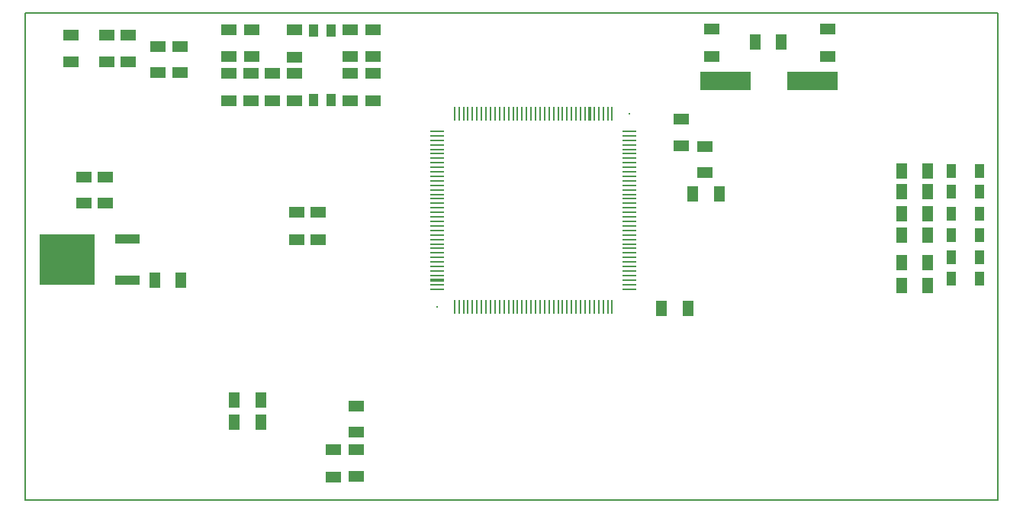
<source format=gbr>
G04 PROTEUS RS274X GERBER FILE*
%FSLAX45Y45*%
%MOMM*%
G01*
%ADD17R,1.041400X1.397000*%
%ADD18R,2.743200X0.990600*%
%ADD19R,6.146800X5.562600*%
%ADD70R,1.803400X1.143000*%
%ADD71R,1.143000X1.803400*%
%ADD20R,5.588000X2.032000*%
%ADD21R,1.016000X1.524000*%
%ADD22R,1.524000X0.254000*%
%ADD23R,0.254000X1.524000*%
%ADD24R,0.304800X1.498600*%
%ADD25R,1.498600X0.304800*%
%ADD26C,0.228600*%
%ADD28C,0.203200*%
D17*
X+2310900Y-1211300D03*
X+2120900Y-1211300D03*
X+2311400Y-1978100D03*
X+2121400Y-1978100D03*
D18*
X+50800Y-3973900D03*
X+50800Y-3517900D03*
D19*
X-619200Y-3745900D03*
D70*
X+635000Y-1386400D03*
X+635000Y-1676400D03*
X+393700Y-1386400D03*
X+393700Y-1676400D03*
X-431800Y-2832100D03*
X-431800Y-3122100D03*
X-190500Y-2832100D03*
X-190500Y-3122100D03*
X-571500Y-1257300D03*
X-571500Y-1557300D03*
X-177800Y-1257300D03*
X-177800Y-1557300D03*
X+63500Y-1257300D03*
X+63500Y-1557300D03*
D71*
X+645600Y-3975100D03*
X+355600Y-3975100D03*
D70*
X+2527300Y-1498600D03*
X+2527300Y-1198600D03*
X+2781300Y-1498600D03*
X+2781300Y-1198600D03*
X+2781300Y-1686000D03*
X+2781300Y-1986000D03*
X+2527300Y-1686000D03*
X+2527300Y-1986000D03*
X+2171700Y-3525800D03*
X+2171700Y-3225800D03*
X+1905000Y-1503400D03*
X+1905000Y-1203400D03*
D71*
X+6324600Y-3022600D03*
X+6624600Y-3022600D03*
D70*
X+1930400Y-3525800D03*
X+1930400Y-3225800D03*
X+2590800Y-6154700D03*
X+2590800Y-5854700D03*
X+2336800Y-6159500D03*
X+2336800Y-5859500D03*
X+1181100Y-1498600D03*
X+1181100Y-1198600D03*
X+1435100Y-1498600D03*
X+1435100Y-1198600D03*
X+1663700Y-1686000D03*
X+1663700Y-1986000D03*
X+1905000Y-1686000D03*
X+1905000Y-1986000D03*
D71*
X+1236700Y-5549900D03*
X+1536700Y-5549900D03*
X+1236700Y-5308600D03*
X+1536700Y-5308600D03*
D70*
X+6540500Y-1193800D03*
X+6540500Y-1493800D03*
X+7823200Y-1193800D03*
X+7823200Y-1493800D03*
D20*
X+6692900Y-1765300D03*
X+7658100Y-1765300D03*
D71*
X+7313100Y-1333500D03*
X+7023100Y-1333500D03*
D21*
X+9194800Y-3962400D03*
X+9509760Y-3962400D03*
X+9194800Y-2768600D03*
X+9509760Y-2768600D03*
X+9194800Y-3721100D03*
X+9509760Y-3721100D03*
X+9194800Y-3479800D03*
X+9509760Y-3479800D03*
X+9194800Y-2997200D03*
X+9509760Y-2997200D03*
X+9194800Y-3238500D03*
X+9509760Y-3238500D03*
D71*
X+8938260Y-2997200D03*
X+8648260Y-2997200D03*
X+8938260Y-3238500D03*
X+8648260Y-3238500D03*
X+8938260Y-4038600D03*
X+8648260Y-4038600D03*
X+8936160Y-3784600D03*
X+8646160Y-3784600D03*
X+8938260Y-3479800D03*
X+8648260Y-3479800D03*
X+8936160Y-2768600D03*
X+8646160Y-2768600D03*
D22*
X+5628900Y-4075000D03*
X+5628900Y-4025000D03*
X+5628900Y-3975000D03*
X+5628900Y-3925000D03*
X+5628900Y-3875000D03*
X+5628900Y-3825000D03*
X+5628900Y-3775000D03*
X+5628900Y-3725000D03*
X+5628900Y-3675000D03*
X+5628900Y-3625000D03*
X+5628900Y-3575000D03*
X+5628900Y-3525000D03*
X+5628900Y-3475000D03*
X+5628900Y-3425000D03*
X+5628900Y-3375000D03*
X+5628900Y-3325000D03*
X+5628900Y-3275000D03*
X+5628900Y-3225000D03*
X+5628900Y-3175000D03*
X+5628900Y-3125000D03*
X+5628900Y-3075000D03*
X+5628900Y-3025000D03*
X+5628900Y-2975000D03*
X+5628900Y-2925000D03*
X+5628900Y-2875000D03*
X+5628900Y-2825000D03*
X+5628900Y-2775000D03*
X+5628900Y-2725000D03*
X+5628900Y-2675000D03*
X+5628900Y-2625000D03*
X+5628900Y-2575000D03*
X+5628900Y-2525000D03*
X+5628900Y-2475000D03*
X+5628900Y-2425000D03*
X+5628900Y-2375000D03*
X+5628900Y-2325000D03*
D23*
X+5433900Y-2130000D03*
X+5383900Y-2130000D03*
X+5333900Y-2130000D03*
X+5283900Y-2130000D03*
X+5233900Y-2130000D03*
D24*
X+5183900Y-2130000D03*
D23*
X+5133900Y-2130000D03*
X+5083900Y-2130000D03*
X+5033900Y-2130000D03*
X+4983900Y-2130000D03*
X+4933900Y-2130000D03*
X+4883900Y-2130000D03*
X+4833900Y-2130000D03*
X+4783900Y-2130000D03*
X+4733900Y-2130000D03*
X+4683900Y-2130000D03*
X+4633900Y-2130000D03*
X+4583900Y-2130000D03*
X+4533900Y-2130000D03*
X+4483900Y-2130000D03*
X+4433900Y-2130000D03*
X+4383900Y-2130000D03*
X+4333900Y-2130000D03*
X+4283900Y-2130000D03*
X+4233900Y-2130000D03*
X+4183900Y-2130000D03*
X+4133900Y-2130000D03*
X+4083900Y-2130000D03*
X+4033900Y-2130000D03*
X+3983900Y-2130000D03*
X+3933900Y-2130000D03*
X+3883900Y-2130000D03*
X+3833900Y-2130000D03*
X+3783900Y-2130000D03*
X+3733900Y-2130000D03*
X+3683900Y-2130000D03*
D22*
X+3488900Y-2325000D03*
X+3488900Y-2375000D03*
X+3488900Y-2425000D03*
X+3488900Y-2475000D03*
X+3488900Y-2525000D03*
X+3488900Y-2575000D03*
X+3488900Y-2625000D03*
X+3488900Y-2675000D03*
X+3488900Y-2725000D03*
X+3488900Y-2775000D03*
X+3488900Y-2825000D03*
X+3488900Y-2875000D03*
X+3488900Y-2925000D03*
X+3488900Y-2975000D03*
X+3488900Y-3025000D03*
X+3488900Y-3075000D03*
X+3488900Y-3125000D03*
X+3488900Y-3175000D03*
X+3488900Y-3225000D03*
X+3488900Y-3275000D03*
X+3488900Y-3325000D03*
X+3488900Y-3375000D03*
X+3488900Y-3425000D03*
X+3488900Y-3475000D03*
X+3488900Y-3525000D03*
X+3488900Y-3575000D03*
X+3488900Y-3625000D03*
X+3488900Y-3675000D03*
X+3488900Y-3725000D03*
X+3488900Y-3775000D03*
X+3488900Y-3825000D03*
X+3488900Y-3875000D03*
X+3488900Y-3925000D03*
D25*
X+3488900Y-3975000D03*
D22*
X+3488900Y-4025000D03*
X+3488900Y-4075000D03*
D23*
X+3683900Y-4270000D03*
X+3733900Y-4270000D03*
X+3783900Y-4270000D03*
X+3833900Y-4270000D03*
X+3883900Y-4270000D03*
X+3933900Y-4270000D03*
X+3983900Y-4270000D03*
X+4033900Y-4270000D03*
X+4083900Y-4270000D03*
X+4133900Y-4270000D03*
X+4183900Y-4270000D03*
X+4233900Y-4270000D03*
X+4283900Y-4270000D03*
X+4333900Y-4270000D03*
X+4383900Y-4270000D03*
X+4433900Y-4270000D03*
X+4483900Y-4270000D03*
X+4533900Y-4270000D03*
X+4583900Y-4270000D03*
X+4633900Y-4270000D03*
X+4683900Y-4270000D03*
X+4733900Y-4270000D03*
X+4783900Y-4270000D03*
X+4833900Y-4270000D03*
X+4883900Y-4270000D03*
X+4933900Y-4270000D03*
X+4983900Y-4270000D03*
X+5033900Y-4270000D03*
X+5083900Y-4270000D03*
X+5133900Y-4270000D03*
X+5183900Y-4270000D03*
X+5233900Y-4270000D03*
X+5283900Y-4270000D03*
X+5333900Y-4270000D03*
X+5383900Y-4270000D03*
X+5433900Y-4270000D03*
D26*
X+5628900Y-2130000D03*
X+3488900Y-4270000D03*
D70*
X+1422400Y-1686000D03*
X+1422400Y-1986000D03*
X+1181100Y-1686000D03*
X+1181100Y-1986000D03*
D71*
X+6273800Y-4292600D03*
X+5983800Y-4292600D03*
D70*
X+2590800Y-5664200D03*
X+2590800Y-5374200D03*
X+6197600Y-2189200D03*
X+6197600Y-2489200D03*
X+6464300Y-2491300D03*
X+6464300Y-2781300D03*
D28*
X-1079500Y-6413500D02*
X+9715500Y-6413500D01*
X+9715500Y-1016000D01*
X-1079500Y-1016000D01*
X-1079500Y-6413500D01*
M02*

</source>
